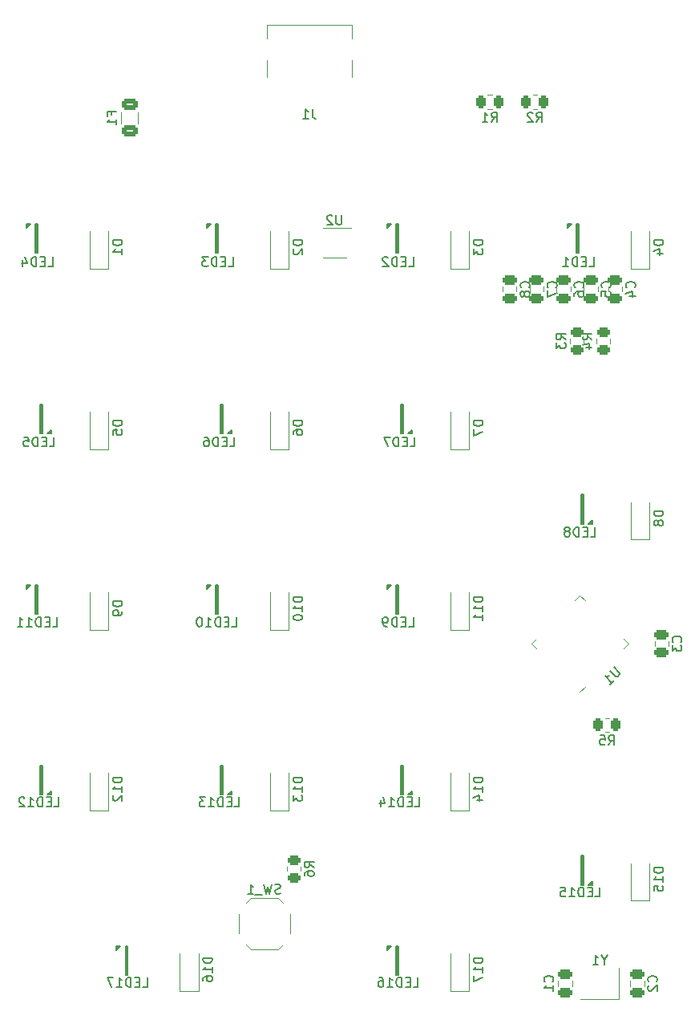
<source format=gbo>
G04 #@! TF.GenerationSoftware,KiCad,Pcbnew,(6.0.0)*
G04 #@! TF.CreationDate,2022-02-11T16:11:40+09:00*
G04 #@! TF.ProjectId,SkeletonNumPad,536b656c-6574-46f6-9e4e-756d5061642e,rev?*
G04 #@! TF.SameCoordinates,Original*
G04 #@! TF.FileFunction,Legend,Bot*
G04 #@! TF.FilePolarity,Positive*
%FSLAX46Y46*%
G04 Gerber Fmt 4.6, Leading zero omitted, Abs format (unit mm)*
G04 Created by KiCad (PCBNEW (6.0.0)) date 2022-02-11 16:11:40*
%MOMM*%
%LPD*%
G01*
G04 APERTURE LIST*
G04 Aperture macros list*
%AMRoundRect*
0 Rectangle with rounded corners*
0 $1 Rounding radius*
0 $2 $3 $4 $5 $6 $7 $8 $9 X,Y pos of 4 corners*
0 Add a 4 corners polygon primitive as box body*
4,1,4,$2,$3,$4,$5,$6,$7,$8,$9,$2,$3,0*
0 Add four circle primitives for the rounded corners*
1,1,$1+$1,$2,$3*
1,1,$1+$1,$4,$5*
1,1,$1+$1,$6,$7*
1,1,$1+$1,$8,$9*
0 Add four rect primitives between the rounded corners*
20,1,$1+$1,$2,$3,$4,$5,0*
20,1,$1+$1,$4,$5,$6,$7,0*
20,1,$1+$1,$6,$7,$8,$9,0*
20,1,$1+$1,$8,$9,$2,$3,0*%
%AMRotRect*
0 Rectangle, with rotation*
0 The origin of the aperture is its center*
0 $1 length*
0 $2 width*
0 $3 Rotation angle, in degrees counterclockwise*
0 Add horizontal line*
21,1,$1,$2,0,0,$3*%
G04 Aperture macros list end*
%ADD10C,0.150000*%
%ADD11C,0.120000*%
%ADD12C,0.600000*%
%ADD13R,0.600000X1.160000*%
%ADD14R,0.300000X1.160000*%
%ADD15O,0.900000X1.700000*%
%ADD16O,0.900000X2.000000*%
%ADD17R,1.200000X0.900000*%
%ADD18RoundRect,0.250000X-0.625000X0.375000X-0.625000X-0.375000X0.625000X-0.375000X0.625000X0.375000X0*%
%ADD19C,1.750000*%
%ADD20C,3.000000*%
%ADD21C,3.987800*%
%ADD22R,2.550000X2.500000*%
%ADD23R,0.500000X0.700000*%
%ADD24RoundRect,0.250000X0.475000X-0.250000X0.475000X0.250000X-0.475000X0.250000X-0.475000X-0.250000X0*%
%ADD25RoundRect,0.250000X-0.262500X-0.450000X0.262500X-0.450000X0.262500X0.450000X-0.262500X0.450000X0*%
%ADD26RoundRect,0.250000X-0.475000X0.250000X-0.475000X-0.250000X0.475000X-0.250000X0.475000X0.250000X0*%
%ADD27C,3.048000*%
%ADD28R,1.800000X1.100000*%
%ADD29RoundRect,0.250000X-0.450000X0.262500X-0.450000X-0.262500X0.450000X-0.262500X0.450000X0.262500X0*%
%ADD30R,1.400000X1.200000*%
%ADD31R,1.400000X1.000000*%
%ADD32RoundRect,0.062500X-0.291682X-0.380070X0.380070X0.291682X0.291682X0.380070X-0.380070X-0.291682X0*%
%ADD33RoundRect,0.062500X0.291682X-0.380070X0.380070X-0.291682X-0.291682X0.380070X-0.380070X0.291682X0*%
%ADD34RotRect,5.200000X5.200000X45.000000*%
%ADD35RoundRect,0.250000X0.450000X-0.262500X0.450000X0.262500X-0.450000X0.262500X-0.450000X-0.262500X0*%
G04 APERTURE END LIST*
D10*
X133683333Y-38847380D02*
X133683333Y-39561666D01*
X133730952Y-39704523D01*
X133826190Y-39799761D01*
X133969047Y-39847380D01*
X134064285Y-39847380D01*
X132683333Y-39847380D02*
X133254761Y-39847380D01*
X132969047Y-39847380D02*
X132969047Y-38847380D01*
X133064285Y-38990238D01*
X133159523Y-39085476D01*
X133254761Y-39133095D01*
X151672380Y-71721904D02*
X150672380Y-71721904D01*
X150672380Y-71960000D01*
X150720000Y-72102857D01*
X150815238Y-72198095D01*
X150910476Y-72245714D01*
X151100952Y-72293333D01*
X151243809Y-72293333D01*
X151434285Y-72245714D01*
X151529523Y-72198095D01*
X151624761Y-72102857D01*
X151672380Y-71960000D01*
X151672380Y-71721904D01*
X150672380Y-72626666D02*
X150672380Y-73293333D01*
X151672380Y-72864761D01*
X112458571Y-39436666D02*
X112458571Y-39103333D01*
X112982380Y-39103333D02*
X111982380Y-39103333D01*
X111982380Y-39579523D01*
X112982380Y-40484285D02*
X112982380Y-39912857D01*
X112982380Y-40198571D02*
X111982380Y-40198571D01*
X112125238Y-40103333D01*
X112220476Y-40008095D01*
X112268095Y-39912857D01*
X132622380Y-90295714D02*
X131622380Y-90295714D01*
X131622380Y-90533809D01*
X131670000Y-90676666D01*
X131765238Y-90771904D01*
X131860476Y-90819523D01*
X132050952Y-90867142D01*
X132193809Y-90867142D01*
X132384285Y-90819523D01*
X132479523Y-90771904D01*
X132574761Y-90676666D01*
X132622380Y-90533809D01*
X132622380Y-90295714D01*
X132622380Y-91819523D02*
X132622380Y-91248095D01*
X132622380Y-91533809D02*
X131622380Y-91533809D01*
X131765238Y-91438571D01*
X131860476Y-91343333D01*
X131908095Y-91248095D01*
X131622380Y-92438571D02*
X131622380Y-92533809D01*
X131670000Y-92629047D01*
X131717619Y-92676666D01*
X131812857Y-92724285D01*
X132003333Y-92771904D01*
X132241428Y-92771904D01*
X132431904Y-92724285D01*
X132527142Y-92676666D01*
X132574761Y-92629047D01*
X132622380Y-92533809D01*
X132622380Y-92438571D01*
X132574761Y-92343333D01*
X132527142Y-92295714D01*
X132431904Y-92248095D01*
X132241428Y-92200476D01*
X132003333Y-92200476D01*
X131812857Y-92248095D01*
X131717619Y-92295714D01*
X131670000Y-92343333D01*
X131622380Y-92438571D01*
X151672380Y-52671904D02*
X150672380Y-52671904D01*
X150672380Y-52910000D01*
X150720000Y-53052857D01*
X150815238Y-53148095D01*
X150910476Y-53195714D01*
X151100952Y-53243333D01*
X151243809Y-53243333D01*
X151434285Y-53195714D01*
X151529523Y-53148095D01*
X151624761Y-53052857D01*
X151672380Y-52910000D01*
X151672380Y-52671904D01*
X150672380Y-53576666D02*
X150672380Y-54195714D01*
X151053333Y-53862380D01*
X151053333Y-54005238D01*
X151100952Y-54100476D01*
X151148571Y-54148095D01*
X151243809Y-54195714D01*
X151481904Y-54195714D01*
X151577142Y-54148095D01*
X151624761Y-54100476D01*
X151672380Y-54005238D01*
X151672380Y-53719523D01*
X151624761Y-53624285D01*
X151577142Y-53576666D01*
X105904047Y-74452380D02*
X106380238Y-74452380D01*
X106380238Y-73452380D01*
X105570714Y-73928571D02*
X105237380Y-73928571D01*
X105094523Y-74452380D02*
X105570714Y-74452380D01*
X105570714Y-73452380D01*
X105094523Y-73452380D01*
X104665952Y-74452380D02*
X104665952Y-73452380D01*
X104427857Y-73452380D01*
X104285000Y-73500000D01*
X104189761Y-73595238D01*
X104142142Y-73690476D01*
X104094523Y-73880952D01*
X104094523Y-74023809D01*
X104142142Y-74214285D01*
X104189761Y-74309523D01*
X104285000Y-74404761D01*
X104427857Y-74452380D01*
X104665952Y-74452380D01*
X103189761Y-73452380D02*
X103665952Y-73452380D01*
X103713571Y-73928571D01*
X103665952Y-73880952D01*
X103570714Y-73833333D01*
X103332619Y-73833333D01*
X103237380Y-73880952D01*
X103189761Y-73928571D01*
X103142142Y-74023809D01*
X103142142Y-74261904D01*
X103189761Y-74357142D01*
X103237380Y-74404761D01*
X103332619Y-74452380D01*
X103570714Y-74452380D01*
X103665952Y-74404761D01*
X103713571Y-74357142D01*
X123097380Y-128395714D02*
X122097380Y-128395714D01*
X122097380Y-128633809D01*
X122145000Y-128776666D01*
X122240238Y-128871904D01*
X122335476Y-128919523D01*
X122525952Y-128967142D01*
X122668809Y-128967142D01*
X122859285Y-128919523D01*
X122954523Y-128871904D01*
X123049761Y-128776666D01*
X123097380Y-128633809D01*
X123097380Y-128395714D01*
X123097380Y-129919523D02*
X123097380Y-129348095D01*
X123097380Y-129633809D02*
X122097380Y-129633809D01*
X122240238Y-129538571D01*
X122335476Y-129443333D01*
X122383095Y-129348095D01*
X122097380Y-130776666D02*
X122097380Y-130586190D01*
X122145000Y-130490952D01*
X122192619Y-130443333D01*
X122335476Y-130348095D01*
X122525952Y-130300476D01*
X122906904Y-130300476D01*
X123002142Y-130348095D01*
X123049761Y-130395714D01*
X123097380Y-130490952D01*
X123097380Y-130681428D01*
X123049761Y-130776666D01*
X123002142Y-130824285D01*
X122906904Y-130871904D01*
X122668809Y-130871904D01*
X122573571Y-130824285D01*
X122525952Y-130776666D01*
X122478333Y-130681428D01*
X122478333Y-130490952D01*
X122525952Y-130395714D01*
X122573571Y-130348095D01*
X122668809Y-130300476D01*
X165094642Y-57683333D02*
X165142261Y-57635714D01*
X165189880Y-57492857D01*
X165189880Y-57397619D01*
X165142261Y-57254761D01*
X165047023Y-57159523D01*
X164951785Y-57111904D01*
X164761309Y-57064285D01*
X164618452Y-57064285D01*
X164427976Y-57111904D01*
X164332738Y-57159523D01*
X164237500Y-57254761D01*
X164189880Y-57397619D01*
X164189880Y-57492857D01*
X164237500Y-57635714D01*
X164285119Y-57683333D01*
X164189880Y-58588095D02*
X164189880Y-58111904D01*
X164666071Y-58064285D01*
X164618452Y-58111904D01*
X164570833Y-58207142D01*
X164570833Y-58445238D01*
X164618452Y-58540476D01*
X164666071Y-58588095D01*
X164761309Y-58635714D01*
X164999404Y-58635714D01*
X165094642Y-58588095D01*
X165142261Y-58540476D01*
X165189880Y-58445238D01*
X165189880Y-58207142D01*
X165142261Y-58111904D01*
X165094642Y-58064285D01*
X157329166Y-40202380D02*
X157662500Y-39726190D01*
X157900595Y-40202380D02*
X157900595Y-39202380D01*
X157519642Y-39202380D01*
X157424404Y-39250000D01*
X157376785Y-39297619D01*
X157329166Y-39392857D01*
X157329166Y-39535714D01*
X157376785Y-39630952D01*
X157424404Y-39678571D01*
X157519642Y-39726190D01*
X157900595Y-39726190D01*
X156948214Y-39297619D02*
X156900595Y-39250000D01*
X156805357Y-39202380D01*
X156567261Y-39202380D01*
X156472023Y-39250000D01*
X156424404Y-39297619D01*
X156376785Y-39392857D01*
X156376785Y-39488095D01*
X156424404Y-39630952D01*
X156995833Y-40202380D01*
X156376785Y-40202380D01*
X159024642Y-130923333D02*
X159072261Y-130875714D01*
X159119880Y-130732857D01*
X159119880Y-130637619D01*
X159072261Y-130494761D01*
X158977023Y-130399523D01*
X158881785Y-130351904D01*
X158691309Y-130304285D01*
X158548452Y-130304285D01*
X158357976Y-130351904D01*
X158262738Y-130399523D01*
X158167500Y-130494761D01*
X158119880Y-130637619D01*
X158119880Y-130732857D01*
X158167500Y-130875714D01*
X158215119Y-130923333D01*
X159119880Y-131875714D02*
X159119880Y-131304285D01*
X159119880Y-131590000D02*
X158119880Y-131590000D01*
X158262738Y-131494761D01*
X158357976Y-131399523D01*
X158405595Y-131304285D01*
X113572380Y-90771904D02*
X112572380Y-90771904D01*
X112572380Y-91010000D01*
X112620000Y-91152857D01*
X112715238Y-91248095D01*
X112810476Y-91295714D01*
X113000952Y-91343333D01*
X113143809Y-91343333D01*
X113334285Y-91295714D01*
X113429523Y-91248095D01*
X113524761Y-91152857D01*
X113572380Y-91010000D01*
X113572380Y-90771904D01*
X113572380Y-91819523D02*
X113572380Y-92010000D01*
X113524761Y-92105238D01*
X113477142Y-92152857D01*
X113334285Y-92248095D01*
X113143809Y-92295714D01*
X112762857Y-92295714D01*
X112667619Y-92248095D01*
X112620000Y-92200476D01*
X112572380Y-92105238D01*
X112572380Y-91914761D01*
X112620000Y-91819523D01*
X112667619Y-91771904D01*
X112762857Y-91724285D01*
X113000952Y-91724285D01*
X113096190Y-91771904D01*
X113143809Y-91819523D01*
X113191428Y-91914761D01*
X113191428Y-92105238D01*
X113143809Y-92200476D01*
X113096190Y-92248095D01*
X113000952Y-92295714D01*
X115742838Y-131452380D02*
X116219028Y-131452380D01*
X116219028Y-130452380D01*
X115409504Y-130928571D02*
X115076171Y-130928571D01*
X114933314Y-131452380D02*
X115409504Y-131452380D01*
X115409504Y-130452380D01*
X114933314Y-130452380D01*
X114504742Y-131452380D02*
X114504742Y-130452380D01*
X114266647Y-130452380D01*
X114123790Y-130500000D01*
X114028552Y-130595238D01*
X113980933Y-130690476D01*
X113933314Y-130880952D01*
X113933314Y-131023809D01*
X113980933Y-131214285D01*
X114028552Y-131309523D01*
X114123790Y-131404761D01*
X114266647Y-131452380D01*
X114504742Y-131452380D01*
X112980933Y-131452380D02*
X113552361Y-131452380D01*
X113266647Y-131452380D02*
X113266647Y-130452380D01*
X113361885Y-130595238D01*
X113457123Y-130690476D01*
X113552361Y-130738095D01*
X112647600Y-130452380D02*
X111980933Y-130452380D01*
X112409504Y-131452380D01*
X132622380Y-52671904D02*
X131622380Y-52671904D01*
X131622380Y-52910000D01*
X131670000Y-53052857D01*
X131765238Y-53148095D01*
X131860476Y-53195714D01*
X132050952Y-53243333D01*
X132193809Y-53243333D01*
X132384285Y-53195714D01*
X132479523Y-53148095D01*
X132574761Y-53052857D01*
X132622380Y-52910000D01*
X132622380Y-52671904D01*
X131717619Y-53624285D02*
X131670000Y-53671904D01*
X131622380Y-53767142D01*
X131622380Y-54005238D01*
X131670000Y-54100476D01*
X131717619Y-54148095D01*
X131812857Y-54195714D01*
X131908095Y-54195714D01*
X132050952Y-54148095D01*
X132622380Y-53576666D01*
X132622380Y-54195714D01*
X144317838Y-131452380D02*
X144794028Y-131452380D01*
X144794028Y-130452380D01*
X143984504Y-130928571D02*
X143651171Y-130928571D01*
X143508314Y-131452380D02*
X143984504Y-131452380D01*
X143984504Y-130452380D01*
X143508314Y-130452380D01*
X143079742Y-131452380D02*
X143079742Y-130452380D01*
X142841647Y-130452380D01*
X142698790Y-130500000D01*
X142603552Y-130595238D01*
X142555933Y-130690476D01*
X142508314Y-130880952D01*
X142508314Y-131023809D01*
X142555933Y-131214285D01*
X142603552Y-131309523D01*
X142698790Y-131404761D01*
X142841647Y-131452380D01*
X143079742Y-131452380D01*
X141555933Y-131452380D02*
X142127361Y-131452380D01*
X141841647Y-131452380D02*
X141841647Y-130452380D01*
X141936885Y-130595238D01*
X142032123Y-130690476D01*
X142127361Y-130738095D01*
X140698790Y-130452380D02*
X140889266Y-130452380D01*
X140984504Y-130500000D01*
X141032123Y-130547619D01*
X141127361Y-130690476D01*
X141174980Y-130880952D01*
X141174980Y-131261904D01*
X141127361Y-131357142D01*
X141079742Y-131404761D01*
X140984504Y-131452380D01*
X140794028Y-131452380D01*
X140698790Y-131404761D01*
X140651171Y-131357142D01*
X140603552Y-131261904D01*
X140603552Y-131023809D01*
X140651171Y-130928571D01*
X140698790Y-130880952D01*
X140794028Y-130833333D01*
X140984504Y-130833333D01*
X141079742Y-130880952D01*
X141127361Y-130928571D01*
X141174980Y-131023809D01*
X164949166Y-105924880D02*
X165282500Y-105448690D01*
X165520595Y-105924880D02*
X165520595Y-104924880D01*
X165139642Y-104924880D01*
X165044404Y-104972500D01*
X164996785Y-105020119D01*
X164949166Y-105115357D01*
X164949166Y-105258214D01*
X164996785Y-105353452D01*
X165044404Y-105401071D01*
X165139642Y-105448690D01*
X165520595Y-105448690D01*
X164044404Y-104924880D02*
X164520595Y-104924880D01*
X164568214Y-105401071D01*
X164520595Y-105353452D01*
X164425357Y-105305833D01*
X164187261Y-105305833D01*
X164092023Y-105353452D01*
X164044404Y-105401071D01*
X163996785Y-105496309D01*
X163996785Y-105734404D01*
X164044404Y-105829642D01*
X164092023Y-105877261D01*
X164187261Y-105924880D01*
X164425357Y-105924880D01*
X164520595Y-105877261D01*
X164568214Y-105829642D01*
X132622380Y-71721904D02*
X131622380Y-71721904D01*
X131622380Y-71960000D01*
X131670000Y-72102857D01*
X131765238Y-72198095D01*
X131860476Y-72245714D01*
X132050952Y-72293333D01*
X132193809Y-72293333D01*
X132384285Y-72245714D01*
X132479523Y-72198095D01*
X132574761Y-72102857D01*
X132622380Y-71960000D01*
X132622380Y-71721904D01*
X131622380Y-73150476D02*
X131622380Y-72960000D01*
X131670000Y-72864761D01*
X131717619Y-72817142D01*
X131860476Y-72721904D01*
X132050952Y-72674285D01*
X132431904Y-72674285D01*
X132527142Y-72721904D01*
X132574761Y-72769523D01*
X132622380Y-72864761D01*
X132622380Y-73055238D01*
X132574761Y-73150476D01*
X132527142Y-73198095D01*
X132431904Y-73245714D01*
X132193809Y-73245714D01*
X132098571Y-73198095D01*
X132050952Y-73150476D01*
X132003333Y-73055238D01*
X132003333Y-72864761D01*
X132050952Y-72769523D01*
X132098571Y-72721904D01*
X132193809Y-72674285D01*
X152566666Y-40202380D02*
X152900000Y-39726190D01*
X153138095Y-40202380D02*
X153138095Y-39202380D01*
X152757142Y-39202380D01*
X152661904Y-39250000D01*
X152614285Y-39297619D01*
X152566666Y-39392857D01*
X152566666Y-39535714D01*
X152614285Y-39630952D01*
X152661904Y-39678571D01*
X152757142Y-39726190D01*
X153138095Y-39726190D01*
X151614285Y-40202380D02*
X152185714Y-40202380D01*
X151900000Y-40202380D02*
X151900000Y-39202380D01*
X151995238Y-39345238D01*
X152090476Y-39440476D01*
X152185714Y-39488095D01*
X143841647Y-93452380D02*
X144317838Y-93452380D01*
X144317838Y-92452380D01*
X143508314Y-92928571D02*
X143174980Y-92928571D01*
X143032123Y-93452380D02*
X143508314Y-93452380D01*
X143508314Y-92452380D01*
X143032123Y-92452380D01*
X142603552Y-93452380D02*
X142603552Y-92452380D01*
X142365457Y-92452380D01*
X142222600Y-92500000D01*
X142127361Y-92595238D01*
X142079742Y-92690476D01*
X142032123Y-92880952D01*
X142032123Y-93023809D01*
X142079742Y-93214285D01*
X142127361Y-93309523D01*
X142222600Y-93404761D01*
X142365457Y-93452380D01*
X142603552Y-93452380D01*
X141555933Y-93452380D02*
X141365457Y-93452380D01*
X141270219Y-93404761D01*
X141222600Y-93357142D01*
X141127361Y-93214285D01*
X141079742Y-93023809D01*
X141079742Y-92642857D01*
X141127361Y-92547619D01*
X141174980Y-92500000D01*
X141270219Y-92452380D01*
X141460695Y-92452380D01*
X141555933Y-92500000D01*
X141603552Y-92547619D01*
X141651171Y-92642857D01*
X141651171Y-92880952D01*
X141603552Y-92976190D01*
X141555933Y-93023809D01*
X141460695Y-93071428D01*
X141270219Y-93071428D01*
X141174980Y-93023809D01*
X141127361Y-92976190D01*
X141079742Y-92880952D01*
X113572380Y-52671904D02*
X112572380Y-52671904D01*
X112572380Y-52910000D01*
X112620000Y-53052857D01*
X112715238Y-53148095D01*
X112810476Y-53195714D01*
X113000952Y-53243333D01*
X113143809Y-53243333D01*
X113334285Y-53195714D01*
X113429523Y-53148095D01*
X113524761Y-53052857D01*
X113572380Y-52910000D01*
X113572380Y-52671904D01*
X113572380Y-54195714D02*
X113572380Y-53624285D01*
X113572380Y-53910000D02*
X112572380Y-53910000D01*
X112715238Y-53814761D01*
X112810476Y-53719523D01*
X112858095Y-53624285D01*
X105741647Y-55452380D02*
X106217838Y-55452380D01*
X106217838Y-54452380D01*
X105408314Y-54928571D02*
X105074980Y-54928571D01*
X104932123Y-55452380D02*
X105408314Y-55452380D01*
X105408314Y-54452380D01*
X104932123Y-54452380D01*
X104503552Y-55452380D02*
X104503552Y-54452380D01*
X104265457Y-54452380D01*
X104122600Y-54500000D01*
X104027361Y-54595238D01*
X103979742Y-54690476D01*
X103932123Y-54880952D01*
X103932123Y-55023809D01*
X103979742Y-55214285D01*
X104027361Y-55309523D01*
X104122600Y-55404761D01*
X104265457Y-55452380D01*
X104503552Y-55452380D01*
X103074980Y-54785714D02*
X103074980Y-55452380D01*
X103313076Y-54404761D02*
X103551171Y-55119047D01*
X102932123Y-55119047D01*
X130301785Y-121582261D02*
X130158928Y-121629880D01*
X129920833Y-121629880D01*
X129825595Y-121582261D01*
X129777976Y-121534642D01*
X129730357Y-121439404D01*
X129730357Y-121344166D01*
X129777976Y-121248928D01*
X129825595Y-121201309D01*
X129920833Y-121153690D01*
X130111309Y-121106071D01*
X130206547Y-121058452D01*
X130254166Y-121010833D01*
X130301785Y-120915595D01*
X130301785Y-120820357D01*
X130254166Y-120725119D01*
X130206547Y-120677500D01*
X130111309Y-120629880D01*
X129873214Y-120629880D01*
X129730357Y-120677500D01*
X129397023Y-120629880D02*
X129158928Y-121629880D01*
X128968452Y-120915595D01*
X128777976Y-121629880D01*
X128539880Y-120629880D01*
X128397023Y-121725119D02*
X127635119Y-121725119D01*
X126873214Y-121629880D02*
X127444642Y-121629880D01*
X127158928Y-121629880D02*
X127158928Y-120629880D01*
X127254166Y-120772738D01*
X127349404Y-120867976D01*
X127444642Y-120915595D01*
X159379642Y-57683333D02*
X159427261Y-57635714D01*
X159474880Y-57492857D01*
X159474880Y-57397619D01*
X159427261Y-57254761D01*
X159332023Y-57159523D01*
X159236785Y-57111904D01*
X159046309Y-57064285D01*
X158903452Y-57064285D01*
X158712976Y-57111904D01*
X158617738Y-57159523D01*
X158522500Y-57254761D01*
X158474880Y-57397619D01*
X158474880Y-57492857D01*
X158522500Y-57635714D01*
X158570119Y-57683333D01*
X158474880Y-58016666D02*
X158474880Y-58683333D01*
X159474880Y-58254761D01*
X143841647Y-55452380D02*
X144317838Y-55452380D01*
X144317838Y-54452380D01*
X143508314Y-54928571D02*
X143174980Y-54928571D01*
X143032123Y-55452380D02*
X143508314Y-55452380D01*
X143508314Y-54452380D01*
X143032123Y-54452380D01*
X142603552Y-55452380D02*
X142603552Y-54452380D01*
X142365457Y-54452380D01*
X142222600Y-54500000D01*
X142127361Y-54595238D01*
X142079742Y-54690476D01*
X142032123Y-54880952D01*
X142032123Y-55023809D01*
X142079742Y-55214285D01*
X142127361Y-55309523D01*
X142222600Y-55404761D01*
X142365457Y-55452380D01*
X142603552Y-55452380D01*
X141651171Y-54547619D02*
X141603552Y-54500000D01*
X141508314Y-54452380D01*
X141270219Y-54452380D01*
X141174980Y-54500000D01*
X141127361Y-54547619D01*
X141079742Y-54642857D01*
X141079742Y-54738095D01*
X141127361Y-54880952D01*
X141698790Y-55452380D01*
X141079742Y-55452380D01*
X163192380Y-63163333D02*
X162716190Y-62830000D01*
X163192380Y-62591904D02*
X162192380Y-62591904D01*
X162192380Y-62972857D01*
X162240000Y-63068095D01*
X162287619Y-63115714D01*
X162382857Y-63163333D01*
X162525714Y-63163333D01*
X162620952Y-63115714D01*
X162668571Y-63068095D01*
X162716190Y-62972857D01*
X162716190Y-62591904D01*
X162525714Y-64020476D02*
X163192380Y-64020476D01*
X162144761Y-63782380D02*
X162859047Y-63544285D01*
X162859047Y-64163333D01*
X162891647Y-55452380D02*
X163367838Y-55452380D01*
X163367838Y-54452380D01*
X162558314Y-54928571D02*
X162224980Y-54928571D01*
X162082123Y-55452380D02*
X162558314Y-55452380D01*
X162558314Y-54452380D01*
X162082123Y-54452380D01*
X161653552Y-55452380D02*
X161653552Y-54452380D01*
X161415457Y-54452380D01*
X161272600Y-54500000D01*
X161177361Y-54595238D01*
X161129742Y-54690476D01*
X161082123Y-54880952D01*
X161082123Y-55023809D01*
X161129742Y-55214285D01*
X161177361Y-55309523D01*
X161272600Y-55404761D01*
X161415457Y-55452380D01*
X161653552Y-55452380D01*
X160129742Y-55452380D02*
X160701171Y-55452380D01*
X160415457Y-55452380D02*
X160415457Y-54452380D01*
X160510695Y-54595238D01*
X160605933Y-54690476D01*
X160701171Y-54738095D01*
X170722380Y-81246904D02*
X169722380Y-81246904D01*
X169722380Y-81485000D01*
X169770000Y-81627857D01*
X169865238Y-81723095D01*
X169960476Y-81770714D01*
X170150952Y-81818333D01*
X170293809Y-81818333D01*
X170484285Y-81770714D01*
X170579523Y-81723095D01*
X170674761Y-81627857D01*
X170722380Y-81485000D01*
X170722380Y-81246904D01*
X170150952Y-82389761D02*
X170103333Y-82294523D01*
X170055714Y-82246904D01*
X169960476Y-82199285D01*
X169912857Y-82199285D01*
X169817619Y-82246904D01*
X169770000Y-82294523D01*
X169722380Y-82389761D01*
X169722380Y-82580238D01*
X169770000Y-82675476D01*
X169817619Y-82723095D01*
X169912857Y-82770714D01*
X169960476Y-82770714D01*
X170055714Y-82723095D01*
X170103333Y-82675476D01*
X170150952Y-82580238D01*
X170150952Y-82389761D01*
X170198571Y-82294523D01*
X170246190Y-82246904D01*
X170341428Y-82199285D01*
X170531904Y-82199285D01*
X170627142Y-82246904D01*
X170674761Y-82294523D01*
X170722380Y-82389761D01*
X170722380Y-82580238D01*
X170674761Y-82675476D01*
X170627142Y-82723095D01*
X170531904Y-82770714D01*
X170341428Y-82770714D01*
X170246190Y-82723095D01*
X170198571Y-82675476D01*
X170150952Y-82580238D01*
X163530238Y-121952380D02*
X164006428Y-121952380D01*
X164006428Y-120952380D01*
X163196904Y-121428571D02*
X162863571Y-121428571D01*
X162720714Y-121952380D02*
X163196904Y-121952380D01*
X163196904Y-120952380D01*
X162720714Y-120952380D01*
X162292142Y-121952380D02*
X162292142Y-120952380D01*
X162054047Y-120952380D01*
X161911190Y-121000000D01*
X161815952Y-121095238D01*
X161768333Y-121190476D01*
X161720714Y-121380952D01*
X161720714Y-121523809D01*
X161768333Y-121714285D01*
X161815952Y-121809523D01*
X161911190Y-121904761D01*
X162054047Y-121952380D01*
X162292142Y-121952380D01*
X160768333Y-121952380D02*
X161339761Y-121952380D01*
X161054047Y-121952380D02*
X161054047Y-120952380D01*
X161149285Y-121095238D01*
X161244523Y-121190476D01*
X161339761Y-121238095D01*
X159863571Y-120952380D02*
X160339761Y-120952380D01*
X160387380Y-121428571D01*
X160339761Y-121380952D01*
X160244523Y-121333333D01*
X160006428Y-121333333D01*
X159911190Y-121380952D01*
X159863571Y-121428571D01*
X159815952Y-121523809D01*
X159815952Y-121761904D01*
X159863571Y-121857142D01*
X159911190Y-121904761D01*
X160006428Y-121952380D01*
X160244523Y-121952380D01*
X160339761Y-121904761D01*
X160387380Y-121857142D01*
X113572380Y-71721904D02*
X112572380Y-71721904D01*
X112572380Y-71960000D01*
X112620000Y-72102857D01*
X112715238Y-72198095D01*
X112810476Y-72245714D01*
X113000952Y-72293333D01*
X113143809Y-72293333D01*
X113334285Y-72245714D01*
X113429523Y-72198095D01*
X113524761Y-72102857D01*
X113572380Y-71960000D01*
X113572380Y-71721904D01*
X112572380Y-73198095D02*
X112572380Y-72721904D01*
X113048571Y-72674285D01*
X113000952Y-72721904D01*
X112953333Y-72817142D01*
X112953333Y-73055238D01*
X113000952Y-73150476D01*
X113048571Y-73198095D01*
X113143809Y-73245714D01*
X113381904Y-73245714D01*
X113477142Y-73198095D01*
X113524761Y-73150476D01*
X113572380Y-73055238D01*
X113572380Y-72817142D01*
X113524761Y-72721904D01*
X113477142Y-72674285D01*
X151672380Y-128395714D02*
X150672380Y-128395714D01*
X150672380Y-128633809D01*
X150720000Y-128776666D01*
X150815238Y-128871904D01*
X150910476Y-128919523D01*
X151100952Y-128967142D01*
X151243809Y-128967142D01*
X151434285Y-128919523D01*
X151529523Y-128871904D01*
X151624761Y-128776666D01*
X151672380Y-128633809D01*
X151672380Y-128395714D01*
X151672380Y-129919523D02*
X151672380Y-129348095D01*
X151672380Y-129633809D02*
X150672380Y-129633809D01*
X150815238Y-129538571D01*
X150910476Y-129443333D01*
X150958095Y-129348095D01*
X150672380Y-130252857D02*
X150672380Y-130919523D01*
X151672380Y-130490952D01*
X170722380Y-118870714D02*
X169722380Y-118870714D01*
X169722380Y-119108809D01*
X169770000Y-119251666D01*
X169865238Y-119346904D01*
X169960476Y-119394523D01*
X170150952Y-119442142D01*
X170293809Y-119442142D01*
X170484285Y-119394523D01*
X170579523Y-119346904D01*
X170674761Y-119251666D01*
X170722380Y-119108809D01*
X170722380Y-118870714D01*
X170722380Y-120394523D02*
X170722380Y-119823095D01*
X170722380Y-120108809D02*
X169722380Y-120108809D01*
X169865238Y-120013571D01*
X169960476Y-119918333D01*
X170008095Y-119823095D01*
X169722380Y-121299285D02*
X169722380Y-120823095D01*
X170198571Y-120775476D01*
X170150952Y-120823095D01*
X170103333Y-120918333D01*
X170103333Y-121156428D01*
X170150952Y-121251666D01*
X170198571Y-121299285D01*
X170293809Y-121346904D01*
X170531904Y-121346904D01*
X170627142Y-121299285D01*
X170674761Y-121251666D01*
X170722380Y-121156428D01*
X170722380Y-120918333D01*
X170674761Y-120823095D01*
X170627142Y-120775476D01*
X172577142Y-95083333D02*
X172624761Y-95035714D01*
X172672380Y-94892857D01*
X172672380Y-94797619D01*
X172624761Y-94654761D01*
X172529523Y-94559523D01*
X172434285Y-94511904D01*
X172243809Y-94464285D01*
X172100952Y-94464285D01*
X171910476Y-94511904D01*
X171815238Y-94559523D01*
X171720000Y-94654761D01*
X171672380Y-94797619D01*
X171672380Y-94892857D01*
X171720000Y-95035714D01*
X171767619Y-95083333D01*
X171672380Y-95416666D02*
X171672380Y-96035714D01*
X172053333Y-95702380D01*
X172053333Y-95845238D01*
X172100952Y-95940476D01*
X172148571Y-95988095D01*
X172243809Y-96035714D01*
X172481904Y-96035714D01*
X172577142Y-95988095D01*
X172624761Y-95940476D01*
X172672380Y-95845238D01*
X172672380Y-95559523D01*
X172624761Y-95464285D01*
X172577142Y-95416666D01*
X136751904Y-50042380D02*
X136751904Y-50851904D01*
X136704285Y-50947142D01*
X136656666Y-50994761D01*
X136561428Y-51042380D01*
X136370952Y-51042380D01*
X136275714Y-50994761D01*
X136228095Y-50947142D01*
X136180476Y-50851904D01*
X136180476Y-50042380D01*
X135751904Y-50137619D02*
X135704285Y-50090000D01*
X135609047Y-50042380D01*
X135370952Y-50042380D01*
X135275714Y-50090000D01*
X135228095Y-50137619D01*
X135180476Y-50232857D01*
X135180476Y-50328095D01*
X135228095Y-50470952D01*
X135799523Y-51042380D01*
X135180476Y-51042380D01*
X167683942Y-57683333D02*
X167731561Y-57635714D01*
X167779180Y-57492857D01*
X167779180Y-57397619D01*
X167731561Y-57254761D01*
X167636323Y-57159523D01*
X167541085Y-57111904D01*
X167350609Y-57064285D01*
X167207752Y-57064285D01*
X167017276Y-57111904D01*
X166922038Y-57159523D01*
X166826800Y-57254761D01*
X166779180Y-57397619D01*
X166779180Y-57492857D01*
X166826800Y-57635714D01*
X166874419Y-57683333D01*
X167112514Y-58540476D02*
X167779180Y-58540476D01*
X166731561Y-58302380D02*
X167445847Y-58064285D01*
X167445847Y-58683333D01*
X144480238Y-112452380D02*
X144956428Y-112452380D01*
X144956428Y-111452380D01*
X144146904Y-111928571D02*
X143813571Y-111928571D01*
X143670714Y-112452380D02*
X144146904Y-112452380D01*
X144146904Y-111452380D01*
X143670714Y-111452380D01*
X143242142Y-112452380D02*
X143242142Y-111452380D01*
X143004047Y-111452380D01*
X142861190Y-111500000D01*
X142765952Y-111595238D01*
X142718333Y-111690476D01*
X142670714Y-111880952D01*
X142670714Y-112023809D01*
X142718333Y-112214285D01*
X142765952Y-112309523D01*
X142861190Y-112404761D01*
X143004047Y-112452380D01*
X143242142Y-112452380D01*
X141718333Y-112452380D02*
X142289761Y-112452380D01*
X142004047Y-112452380D02*
X142004047Y-111452380D01*
X142099285Y-111595238D01*
X142194523Y-111690476D01*
X142289761Y-111738095D01*
X140861190Y-111785714D02*
X140861190Y-112452380D01*
X141099285Y-111404761D02*
X141337380Y-112119047D01*
X140718333Y-112119047D01*
X165484777Y-97732281D02*
X166057197Y-98304701D01*
X166090869Y-98405716D01*
X166090869Y-98473060D01*
X166057197Y-98574075D01*
X165922510Y-98708762D01*
X165821495Y-98742434D01*
X165754151Y-98742434D01*
X165653136Y-98708762D01*
X165080716Y-98136342D01*
X165080716Y-99550556D02*
X165484777Y-99146495D01*
X165282747Y-99348525D02*
X164575640Y-98641419D01*
X164743999Y-98675090D01*
X164878686Y-98675090D01*
X164979701Y-98641419D01*
X113572380Y-109345714D02*
X112572380Y-109345714D01*
X112572380Y-109583809D01*
X112620000Y-109726666D01*
X112715238Y-109821904D01*
X112810476Y-109869523D01*
X113000952Y-109917142D01*
X113143809Y-109917142D01*
X113334285Y-109869523D01*
X113429523Y-109821904D01*
X113524761Y-109726666D01*
X113572380Y-109583809D01*
X113572380Y-109345714D01*
X113572380Y-110869523D02*
X113572380Y-110298095D01*
X113572380Y-110583809D02*
X112572380Y-110583809D01*
X112715238Y-110488571D01*
X112810476Y-110393333D01*
X112858095Y-110298095D01*
X112667619Y-111250476D02*
X112620000Y-111298095D01*
X112572380Y-111393333D01*
X112572380Y-111631428D01*
X112620000Y-111726666D01*
X112667619Y-111774285D01*
X112762857Y-111821904D01*
X112858095Y-111821904D01*
X113000952Y-111774285D01*
X113572380Y-111202857D01*
X113572380Y-111821904D01*
X170004642Y-130923333D02*
X170052261Y-130875714D01*
X170099880Y-130732857D01*
X170099880Y-130637619D01*
X170052261Y-130494761D01*
X169957023Y-130399523D01*
X169861785Y-130351904D01*
X169671309Y-130304285D01*
X169528452Y-130304285D01*
X169337976Y-130351904D01*
X169242738Y-130399523D01*
X169147500Y-130494761D01*
X169099880Y-130637619D01*
X169099880Y-130732857D01*
X169147500Y-130875714D01*
X169195119Y-130923333D01*
X169195119Y-131304285D02*
X169147500Y-131351904D01*
X169099880Y-131447142D01*
X169099880Y-131685238D01*
X169147500Y-131780476D01*
X169195119Y-131828095D01*
X169290357Y-131875714D01*
X169385595Y-131875714D01*
X169528452Y-131828095D01*
X170099880Y-131256666D01*
X170099880Y-131875714D01*
X170722380Y-52671904D02*
X169722380Y-52671904D01*
X169722380Y-52910000D01*
X169770000Y-53052857D01*
X169865238Y-53148095D01*
X169960476Y-53195714D01*
X170150952Y-53243333D01*
X170293809Y-53243333D01*
X170484285Y-53195714D01*
X170579523Y-53148095D01*
X170674761Y-53052857D01*
X170722380Y-52910000D01*
X170722380Y-52671904D01*
X170055714Y-54100476D02*
X170722380Y-54100476D01*
X169674761Y-53862380D02*
X170389047Y-53624285D01*
X170389047Y-54243333D01*
X156522142Y-57683333D02*
X156569761Y-57635714D01*
X156617380Y-57492857D01*
X156617380Y-57397619D01*
X156569761Y-57254761D01*
X156474523Y-57159523D01*
X156379285Y-57111904D01*
X156188809Y-57064285D01*
X156045952Y-57064285D01*
X155855476Y-57111904D01*
X155760238Y-57159523D01*
X155665000Y-57254761D01*
X155617380Y-57397619D01*
X155617380Y-57492857D01*
X155665000Y-57635714D01*
X155712619Y-57683333D01*
X156045952Y-58254761D02*
X155998333Y-58159523D01*
X155950714Y-58111904D01*
X155855476Y-58064285D01*
X155807857Y-58064285D01*
X155712619Y-58111904D01*
X155665000Y-58159523D01*
X155617380Y-58254761D01*
X155617380Y-58445238D01*
X155665000Y-58540476D01*
X155712619Y-58588095D01*
X155807857Y-58635714D01*
X155855476Y-58635714D01*
X155950714Y-58588095D01*
X155998333Y-58540476D01*
X156045952Y-58445238D01*
X156045952Y-58254761D01*
X156093571Y-58159523D01*
X156141190Y-58111904D01*
X156236428Y-58064285D01*
X156426904Y-58064285D01*
X156522142Y-58111904D01*
X156569761Y-58159523D01*
X156617380Y-58254761D01*
X156617380Y-58445238D01*
X156569761Y-58540476D01*
X156522142Y-58588095D01*
X156426904Y-58635714D01*
X156236428Y-58635714D01*
X156141190Y-58588095D01*
X156093571Y-58540476D01*
X156045952Y-58445238D01*
X151672380Y-109345714D02*
X150672380Y-109345714D01*
X150672380Y-109583809D01*
X150720000Y-109726666D01*
X150815238Y-109821904D01*
X150910476Y-109869523D01*
X151100952Y-109917142D01*
X151243809Y-109917142D01*
X151434285Y-109869523D01*
X151529523Y-109821904D01*
X151624761Y-109726666D01*
X151672380Y-109583809D01*
X151672380Y-109345714D01*
X151672380Y-110869523D02*
X151672380Y-110298095D01*
X151672380Y-110583809D02*
X150672380Y-110583809D01*
X150815238Y-110488571D01*
X150910476Y-110393333D01*
X150958095Y-110298095D01*
X151005714Y-111726666D02*
X151672380Y-111726666D01*
X150624761Y-111488571D02*
X151339047Y-111250476D01*
X151339047Y-111869523D01*
X106217838Y-93452380D02*
X106694028Y-93452380D01*
X106694028Y-92452380D01*
X105884504Y-92928571D02*
X105551171Y-92928571D01*
X105408314Y-93452380D02*
X105884504Y-93452380D01*
X105884504Y-92452380D01*
X105408314Y-92452380D01*
X104979742Y-93452380D02*
X104979742Y-92452380D01*
X104741647Y-92452380D01*
X104598790Y-92500000D01*
X104503552Y-92595238D01*
X104455933Y-92690476D01*
X104408314Y-92880952D01*
X104408314Y-93023809D01*
X104455933Y-93214285D01*
X104503552Y-93309523D01*
X104598790Y-93404761D01*
X104741647Y-93452380D01*
X104979742Y-93452380D01*
X103455933Y-93452380D02*
X104027361Y-93452380D01*
X103741647Y-93452380D02*
X103741647Y-92452380D01*
X103836885Y-92595238D01*
X103932123Y-92690476D01*
X104027361Y-92738095D01*
X102503552Y-93452380D02*
X103074980Y-93452380D01*
X102789266Y-93452380D02*
X102789266Y-92452380D01*
X102884504Y-92595238D01*
X102979742Y-92690476D01*
X103074980Y-92738095D01*
X164486190Y-128616190D02*
X164486190Y-129092380D01*
X164819523Y-128092380D02*
X164486190Y-128616190D01*
X164152857Y-128092380D01*
X163295714Y-129092380D02*
X163867142Y-129092380D01*
X163581428Y-129092380D02*
X163581428Y-128092380D01*
X163676666Y-128235238D01*
X163771904Y-128330476D01*
X163867142Y-128378095D01*
X125430238Y-112452380D02*
X125906428Y-112452380D01*
X125906428Y-111452380D01*
X125096904Y-111928571D02*
X124763571Y-111928571D01*
X124620714Y-112452380D02*
X125096904Y-112452380D01*
X125096904Y-111452380D01*
X124620714Y-111452380D01*
X124192142Y-112452380D02*
X124192142Y-111452380D01*
X123954047Y-111452380D01*
X123811190Y-111500000D01*
X123715952Y-111595238D01*
X123668333Y-111690476D01*
X123620714Y-111880952D01*
X123620714Y-112023809D01*
X123668333Y-112214285D01*
X123715952Y-112309523D01*
X123811190Y-112404761D01*
X123954047Y-112452380D01*
X124192142Y-112452380D01*
X122668333Y-112452380D02*
X123239761Y-112452380D01*
X122954047Y-112452380D02*
X122954047Y-111452380D01*
X123049285Y-111595238D01*
X123144523Y-111690476D01*
X123239761Y-111738095D01*
X122335000Y-111452380D02*
X121715952Y-111452380D01*
X122049285Y-111833333D01*
X121906428Y-111833333D01*
X121811190Y-111880952D01*
X121763571Y-111928571D01*
X121715952Y-112023809D01*
X121715952Y-112261904D01*
X121763571Y-112357142D01*
X121811190Y-112404761D01*
X121906428Y-112452380D01*
X122192142Y-112452380D01*
X122287380Y-112404761D01*
X122335000Y-112357142D01*
X132622380Y-109345714D02*
X131622380Y-109345714D01*
X131622380Y-109583809D01*
X131670000Y-109726666D01*
X131765238Y-109821904D01*
X131860476Y-109869523D01*
X132050952Y-109917142D01*
X132193809Y-109917142D01*
X132384285Y-109869523D01*
X132479523Y-109821904D01*
X132574761Y-109726666D01*
X132622380Y-109583809D01*
X132622380Y-109345714D01*
X132622380Y-110869523D02*
X132622380Y-110298095D01*
X132622380Y-110583809D02*
X131622380Y-110583809D01*
X131765238Y-110488571D01*
X131860476Y-110393333D01*
X131908095Y-110298095D01*
X131622380Y-111202857D02*
X131622380Y-111821904D01*
X132003333Y-111488571D01*
X132003333Y-111631428D01*
X132050952Y-111726666D01*
X132098571Y-111774285D01*
X132193809Y-111821904D01*
X132431904Y-111821904D01*
X132527142Y-111774285D01*
X132574761Y-111726666D01*
X132622380Y-111631428D01*
X132622380Y-111345714D01*
X132574761Y-111250476D01*
X132527142Y-111202857D01*
X163054047Y-83952380D02*
X163530238Y-83952380D01*
X163530238Y-82952380D01*
X162720714Y-83428571D02*
X162387380Y-83428571D01*
X162244523Y-83952380D02*
X162720714Y-83952380D01*
X162720714Y-82952380D01*
X162244523Y-82952380D01*
X161815952Y-83952380D02*
X161815952Y-82952380D01*
X161577857Y-82952380D01*
X161435000Y-83000000D01*
X161339761Y-83095238D01*
X161292142Y-83190476D01*
X161244523Y-83380952D01*
X161244523Y-83523809D01*
X161292142Y-83714285D01*
X161339761Y-83809523D01*
X161435000Y-83904761D01*
X161577857Y-83952380D01*
X161815952Y-83952380D01*
X160673095Y-83380952D02*
X160768333Y-83333333D01*
X160815952Y-83285714D01*
X160863571Y-83190476D01*
X160863571Y-83142857D01*
X160815952Y-83047619D01*
X160768333Y-83000000D01*
X160673095Y-82952380D01*
X160482619Y-82952380D01*
X160387380Y-83000000D01*
X160339761Y-83047619D01*
X160292142Y-83142857D01*
X160292142Y-83190476D01*
X160339761Y-83285714D01*
X160387380Y-83333333D01*
X160482619Y-83380952D01*
X160673095Y-83380952D01*
X160768333Y-83428571D01*
X160815952Y-83476190D01*
X160863571Y-83571428D01*
X160863571Y-83761904D01*
X160815952Y-83857142D01*
X160768333Y-83904761D01*
X160673095Y-83952380D01*
X160482619Y-83952380D01*
X160387380Y-83904761D01*
X160339761Y-83857142D01*
X160292142Y-83761904D01*
X160292142Y-83571428D01*
X160339761Y-83476190D01*
X160387380Y-83428571D01*
X160482619Y-83380952D01*
X151672380Y-90295714D02*
X150672380Y-90295714D01*
X150672380Y-90533809D01*
X150720000Y-90676666D01*
X150815238Y-90771904D01*
X150910476Y-90819523D01*
X151100952Y-90867142D01*
X151243809Y-90867142D01*
X151434285Y-90819523D01*
X151529523Y-90771904D01*
X151624761Y-90676666D01*
X151672380Y-90533809D01*
X151672380Y-90295714D01*
X151672380Y-91819523D02*
X151672380Y-91248095D01*
X151672380Y-91533809D02*
X150672380Y-91533809D01*
X150815238Y-91438571D01*
X150910476Y-91343333D01*
X150958095Y-91248095D01*
X151672380Y-92771904D02*
X151672380Y-92200476D01*
X151672380Y-92486190D02*
X150672380Y-92486190D01*
X150815238Y-92390952D01*
X150910476Y-92295714D01*
X150958095Y-92200476D01*
X162237142Y-57683333D02*
X162284761Y-57635714D01*
X162332380Y-57492857D01*
X162332380Y-57397619D01*
X162284761Y-57254761D01*
X162189523Y-57159523D01*
X162094285Y-57111904D01*
X161903809Y-57064285D01*
X161760952Y-57064285D01*
X161570476Y-57111904D01*
X161475238Y-57159523D01*
X161380000Y-57254761D01*
X161332380Y-57397619D01*
X161332380Y-57492857D01*
X161380000Y-57635714D01*
X161427619Y-57683333D01*
X161332380Y-58540476D02*
X161332380Y-58350000D01*
X161380000Y-58254761D01*
X161427619Y-58207142D01*
X161570476Y-58111904D01*
X161760952Y-58064285D01*
X162141904Y-58064285D01*
X162237142Y-58111904D01*
X162284761Y-58159523D01*
X162332380Y-58254761D01*
X162332380Y-58445238D01*
X162284761Y-58540476D01*
X162237142Y-58588095D01*
X162141904Y-58635714D01*
X161903809Y-58635714D01*
X161808571Y-58588095D01*
X161760952Y-58540476D01*
X161713333Y-58445238D01*
X161713333Y-58254761D01*
X161760952Y-58159523D01*
X161808571Y-58111904D01*
X161903809Y-58064285D01*
X124791647Y-55452380D02*
X125267838Y-55452380D01*
X125267838Y-54452380D01*
X124458314Y-54928571D02*
X124124980Y-54928571D01*
X123982123Y-55452380D02*
X124458314Y-55452380D01*
X124458314Y-54452380D01*
X123982123Y-54452380D01*
X123553552Y-55452380D02*
X123553552Y-54452380D01*
X123315457Y-54452380D01*
X123172600Y-54500000D01*
X123077361Y-54595238D01*
X123029742Y-54690476D01*
X122982123Y-54880952D01*
X122982123Y-55023809D01*
X123029742Y-55214285D01*
X123077361Y-55309523D01*
X123172600Y-55404761D01*
X123315457Y-55452380D01*
X123553552Y-55452380D01*
X122648790Y-54452380D02*
X122029742Y-54452380D01*
X122363076Y-54833333D01*
X122220219Y-54833333D01*
X122124980Y-54880952D01*
X122077361Y-54928571D01*
X122029742Y-55023809D01*
X122029742Y-55261904D01*
X122077361Y-55357142D01*
X122124980Y-55404761D01*
X122220219Y-55452380D01*
X122505933Y-55452380D01*
X122601171Y-55404761D01*
X122648790Y-55357142D01*
X133822380Y-118843333D02*
X133346190Y-118510000D01*
X133822380Y-118271904D02*
X132822380Y-118271904D01*
X132822380Y-118652857D01*
X132870000Y-118748095D01*
X132917619Y-118795714D01*
X133012857Y-118843333D01*
X133155714Y-118843333D01*
X133250952Y-118795714D01*
X133298571Y-118748095D01*
X133346190Y-118652857D01*
X133346190Y-118271904D01*
X132822380Y-119700476D02*
X132822380Y-119510000D01*
X132870000Y-119414761D01*
X132917619Y-119367142D01*
X133060476Y-119271904D01*
X133250952Y-119224285D01*
X133631904Y-119224285D01*
X133727142Y-119271904D01*
X133774761Y-119319523D01*
X133822380Y-119414761D01*
X133822380Y-119605238D01*
X133774761Y-119700476D01*
X133727142Y-119748095D01*
X133631904Y-119795714D01*
X133393809Y-119795714D01*
X133298571Y-119748095D01*
X133250952Y-119700476D01*
X133203333Y-119605238D01*
X133203333Y-119414761D01*
X133250952Y-119319523D01*
X133298571Y-119271904D01*
X133393809Y-119224285D01*
X160412380Y-63163333D02*
X159936190Y-62830000D01*
X160412380Y-62591904D02*
X159412380Y-62591904D01*
X159412380Y-62972857D01*
X159460000Y-63068095D01*
X159507619Y-63115714D01*
X159602857Y-63163333D01*
X159745714Y-63163333D01*
X159840952Y-63115714D01*
X159888571Y-63068095D01*
X159936190Y-62972857D01*
X159936190Y-62591904D01*
X159412380Y-63496666D02*
X159412380Y-64115714D01*
X159793333Y-63782380D01*
X159793333Y-63925238D01*
X159840952Y-64020476D01*
X159888571Y-64068095D01*
X159983809Y-64115714D01*
X160221904Y-64115714D01*
X160317142Y-64068095D01*
X160364761Y-64020476D01*
X160412380Y-63925238D01*
X160412380Y-63639523D01*
X160364761Y-63544285D01*
X160317142Y-63496666D01*
X124954047Y-74452380D02*
X125430238Y-74452380D01*
X125430238Y-73452380D01*
X124620714Y-73928571D02*
X124287380Y-73928571D01*
X124144523Y-74452380D02*
X124620714Y-74452380D01*
X124620714Y-73452380D01*
X124144523Y-73452380D01*
X123715952Y-74452380D02*
X123715952Y-73452380D01*
X123477857Y-73452380D01*
X123335000Y-73500000D01*
X123239761Y-73595238D01*
X123192142Y-73690476D01*
X123144523Y-73880952D01*
X123144523Y-74023809D01*
X123192142Y-74214285D01*
X123239761Y-74309523D01*
X123335000Y-74404761D01*
X123477857Y-74452380D01*
X123715952Y-74452380D01*
X122287380Y-73452380D02*
X122477857Y-73452380D01*
X122573095Y-73500000D01*
X122620714Y-73547619D01*
X122715952Y-73690476D01*
X122763571Y-73880952D01*
X122763571Y-74261904D01*
X122715952Y-74357142D01*
X122668333Y-74404761D01*
X122573095Y-74452380D01*
X122382619Y-74452380D01*
X122287380Y-74404761D01*
X122239761Y-74357142D01*
X122192142Y-74261904D01*
X122192142Y-74023809D01*
X122239761Y-73928571D01*
X122287380Y-73880952D01*
X122382619Y-73833333D01*
X122573095Y-73833333D01*
X122668333Y-73880952D01*
X122715952Y-73928571D01*
X122763571Y-74023809D01*
X106380238Y-112452380D02*
X106856428Y-112452380D01*
X106856428Y-111452380D01*
X106046904Y-111928571D02*
X105713571Y-111928571D01*
X105570714Y-112452380D02*
X106046904Y-112452380D01*
X106046904Y-111452380D01*
X105570714Y-111452380D01*
X105142142Y-112452380D02*
X105142142Y-111452380D01*
X104904047Y-111452380D01*
X104761190Y-111500000D01*
X104665952Y-111595238D01*
X104618333Y-111690476D01*
X104570714Y-111880952D01*
X104570714Y-112023809D01*
X104618333Y-112214285D01*
X104665952Y-112309523D01*
X104761190Y-112404761D01*
X104904047Y-112452380D01*
X105142142Y-112452380D01*
X103618333Y-112452380D02*
X104189761Y-112452380D01*
X103904047Y-112452380D02*
X103904047Y-111452380D01*
X103999285Y-111595238D01*
X104094523Y-111690476D01*
X104189761Y-111738095D01*
X103237380Y-111547619D02*
X103189761Y-111500000D01*
X103094523Y-111452380D01*
X102856428Y-111452380D01*
X102761190Y-111500000D01*
X102713571Y-111547619D01*
X102665952Y-111642857D01*
X102665952Y-111738095D01*
X102713571Y-111880952D01*
X103285000Y-112452380D01*
X102665952Y-112452380D01*
X125166238Y-93452380D02*
X125642428Y-93452380D01*
X125642428Y-92452380D01*
X124832904Y-92928571D02*
X124499571Y-92928571D01*
X124356714Y-93452380D02*
X124832904Y-93452380D01*
X124832904Y-92452380D01*
X124356714Y-92452380D01*
X123928142Y-93452380D02*
X123928142Y-92452380D01*
X123690047Y-92452380D01*
X123547190Y-92500000D01*
X123451952Y-92595238D01*
X123404333Y-92690476D01*
X123356714Y-92880952D01*
X123356714Y-93023809D01*
X123404333Y-93214285D01*
X123451952Y-93309523D01*
X123547190Y-93404761D01*
X123690047Y-93452380D01*
X123928142Y-93452380D01*
X122404333Y-93452380D02*
X122975761Y-93452380D01*
X122690047Y-93452380D02*
X122690047Y-92452380D01*
X122785285Y-92595238D01*
X122880523Y-92690476D01*
X122975761Y-92738095D01*
X121785285Y-92452380D02*
X121690047Y-92452380D01*
X121594809Y-92500000D01*
X121547190Y-92547619D01*
X121499571Y-92642857D01*
X121451952Y-92833333D01*
X121451952Y-93071428D01*
X121499571Y-93261904D01*
X121547190Y-93357142D01*
X121594809Y-93404761D01*
X121690047Y-93452380D01*
X121785285Y-93452380D01*
X121880523Y-93404761D01*
X121928142Y-93357142D01*
X121975761Y-93261904D01*
X122023380Y-93071428D01*
X122023380Y-92833333D01*
X121975761Y-92642857D01*
X121928142Y-92547619D01*
X121880523Y-92500000D01*
X121785285Y-92452380D01*
X144004047Y-74452380D02*
X144480238Y-74452380D01*
X144480238Y-73452380D01*
X143670714Y-73928571D02*
X143337380Y-73928571D01*
X143194523Y-74452380D02*
X143670714Y-74452380D01*
X143670714Y-73452380D01*
X143194523Y-73452380D01*
X142765952Y-74452380D02*
X142765952Y-73452380D01*
X142527857Y-73452380D01*
X142385000Y-73500000D01*
X142289761Y-73595238D01*
X142242142Y-73690476D01*
X142194523Y-73880952D01*
X142194523Y-74023809D01*
X142242142Y-74214285D01*
X142289761Y-74309523D01*
X142385000Y-74404761D01*
X142527857Y-74452380D01*
X142765952Y-74452380D01*
X141861190Y-73452380D02*
X141194523Y-73452380D01*
X141623095Y-74452380D01*
D11*
X137820000Y-29975000D02*
X137820000Y-31435000D01*
X128880000Y-35485000D02*
X128880000Y-33685000D01*
X128880000Y-29975000D02*
X128880000Y-31435000D01*
X137820000Y-29975000D02*
X128880000Y-29975000D01*
X137820000Y-35485000D02*
X137820000Y-33685000D01*
X150220000Y-74710000D02*
X150220000Y-70810000D01*
X150220000Y-74710000D02*
X148220000Y-74710000D01*
X148220000Y-74710000D02*
X148220000Y-70810000D01*
X113440000Y-39167936D02*
X113440000Y-40372064D01*
X115260000Y-39167936D02*
X115260000Y-40372064D01*
X131170000Y-93760000D02*
X129170000Y-93760000D01*
X129170000Y-93760000D02*
X129170000Y-89860000D01*
X131170000Y-93760000D02*
X131170000Y-89860000D01*
X150220000Y-55660000D02*
X150220000Y-51760000D01*
X150220000Y-55660000D02*
X148220000Y-55660000D01*
X148220000Y-55660000D02*
X148220000Y-51760000D01*
D10*
X105130600Y-70026000D02*
X105130600Y-73074000D01*
X104927400Y-70000600D02*
X105130600Y-70000600D01*
X105029000Y-73074000D02*
X105029000Y-70026000D01*
X104927400Y-73099400D02*
X105130600Y-73099400D01*
X104927400Y-70026000D02*
X104927400Y-73074000D01*
X106113000Y-72702000D02*
X105675000Y-73100000D01*
X105675000Y-73100000D02*
X106113000Y-73100000D01*
X106113000Y-73100000D02*
X106113000Y-72702000D01*
G36*
X106113000Y-73100000D02*
G01*
X105675000Y-73100000D01*
X106113000Y-72702000D01*
X106113000Y-73100000D01*
G37*
X106113000Y-73100000D02*
X105675000Y-73100000D01*
X106113000Y-72702000D01*
X106113000Y-73100000D01*
D11*
X121645000Y-131860000D02*
X121645000Y-127960000D01*
X121645000Y-131860000D02*
X119645000Y-131860000D01*
X119645000Y-131860000D02*
X119645000Y-127960000D01*
X163792500Y-58111252D02*
X163792500Y-57588748D01*
X162322500Y-58111252D02*
X162322500Y-57588748D01*
X156935436Y-38835000D02*
X157389564Y-38835000D01*
X156935436Y-37365000D02*
X157389564Y-37365000D01*
X161082500Y-130828748D02*
X161082500Y-131351252D01*
X159612500Y-130828748D02*
X159612500Y-131351252D01*
X110120000Y-93760000D02*
X110120000Y-89860000D01*
X112120000Y-93760000D02*
X112120000Y-89860000D01*
X112120000Y-93760000D02*
X110120000Y-93760000D01*
D10*
X114147600Y-130224000D02*
X114147600Y-127176000D01*
X114147600Y-130249400D02*
X113944400Y-130249400D01*
X113944400Y-130224000D02*
X113944400Y-127176000D01*
X114147600Y-127150600D02*
X113944400Y-127150600D01*
X114046000Y-127176000D02*
X114046000Y-130224000D01*
X112962000Y-127548000D02*
X113400000Y-127150000D01*
X113400000Y-127150000D02*
X112962000Y-127150000D01*
X112962000Y-127150000D02*
X112962000Y-127548000D01*
G36*
X112962000Y-127548000D02*
G01*
X112962000Y-127150000D01*
X113400000Y-127150000D01*
X112962000Y-127548000D01*
G37*
X112962000Y-127548000D02*
X112962000Y-127150000D01*
X113400000Y-127150000D01*
X112962000Y-127548000D01*
D11*
X131170000Y-55660000D02*
X129170000Y-55660000D01*
X129170000Y-55660000D02*
X129170000Y-51760000D01*
X131170000Y-55660000D02*
X131170000Y-51760000D01*
D10*
X142722600Y-130224000D02*
X142722600Y-127176000D01*
X142722600Y-127150600D02*
X142519400Y-127150600D01*
X142722600Y-130249400D02*
X142519400Y-130249400D01*
X142621000Y-127176000D02*
X142621000Y-130224000D01*
X142519400Y-130224000D02*
X142519400Y-127176000D01*
X141537000Y-127548000D02*
X141975000Y-127150000D01*
X141975000Y-127150000D02*
X141537000Y-127150000D01*
X141537000Y-127150000D02*
X141537000Y-127548000D01*
G36*
X141537000Y-127548000D02*
G01*
X141537000Y-127150000D01*
X141975000Y-127150000D01*
X141537000Y-127548000D01*
G37*
X141537000Y-127548000D02*
X141537000Y-127150000D01*
X141975000Y-127150000D01*
X141537000Y-127548000D01*
D11*
X164555436Y-103087500D02*
X165009564Y-103087500D01*
X164555436Y-104557500D02*
X165009564Y-104557500D01*
X131170000Y-74710000D02*
X131170000Y-70810000D01*
X131170000Y-74710000D02*
X129170000Y-74710000D01*
X129170000Y-74710000D02*
X129170000Y-70810000D01*
X152172936Y-37365000D02*
X152627064Y-37365000D01*
X152172936Y-38835000D02*
X152627064Y-38835000D01*
D10*
X142621000Y-89076000D02*
X142621000Y-92124000D01*
X142722600Y-92124000D02*
X142722600Y-89076000D01*
X142722600Y-89050600D02*
X142519400Y-89050600D01*
X142722600Y-92149400D02*
X142519400Y-92149400D01*
X142519400Y-92124000D02*
X142519400Y-89076000D01*
X141537000Y-89448000D02*
X141975000Y-89050000D01*
X141975000Y-89050000D02*
X141537000Y-89050000D01*
X141537000Y-89050000D02*
X141537000Y-89448000D01*
G36*
X141537000Y-89448000D02*
G01*
X141537000Y-89050000D01*
X141975000Y-89050000D01*
X141537000Y-89448000D01*
G37*
X141537000Y-89448000D02*
X141537000Y-89050000D01*
X141975000Y-89050000D01*
X141537000Y-89448000D01*
D11*
X110120000Y-55660000D02*
X110120000Y-51760000D01*
X112120000Y-55660000D02*
X112120000Y-51760000D01*
X112120000Y-55660000D02*
X110120000Y-55660000D01*
D10*
X104622600Y-54049400D02*
X104419400Y-54049400D01*
X104622600Y-50950600D02*
X104419400Y-50950600D01*
X104419400Y-54024000D02*
X104419400Y-50976000D01*
X104622600Y-54024000D02*
X104622600Y-50976000D01*
X104521000Y-50976000D02*
X104521000Y-54024000D01*
X103437000Y-51348000D02*
X103875000Y-50950000D01*
X103875000Y-50950000D02*
X103437000Y-50950000D01*
X103437000Y-50950000D02*
X103437000Y-51348000D01*
G36*
X103437000Y-51348000D02*
G01*
X103437000Y-50950000D01*
X103875000Y-50950000D01*
X103437000Y-51348000D01*
G37*
X103437000Y-51348000D02*
X103437000Y-50950000D01*
X103875000Y-50950000D01*
X103437000Y-51348000D01*
D11*
X130037500Y-127497500D02*
X127137500Y-127497500D01*
X130037500Y-122057500D02*
X127137500Y-122057500D01*
X131307500Y-125817500D02*
X131307500Y-123737500D01*
X127137500Y-127497500D02*
X126647500Y-127007500D01*
X127137500Y-122057500D02*
X126647500Y-122547500D01*
X125867500Y-125817500D02*
X125867500Y-123737500D01*
X130037500Y-122057500D02*
X130527500Y-122547500D01*
X130037500Y-127497500D02*
X130527500Y-127007500D01*
X156607500Y-58111252D02*
X156607500Y-57588748D01*
X158077500Y-58111252D02*
X158077500Y-57588748D01*
D10*
X142722600Y-54049400D02*
X142519400Y-54049400D01*
X142621000Y-50976000D02*
X142621000Y-54024000D01*
X142722600Y-54024000D02*
X142722600Y-50976000D01*
X142722600Y-50950600D02*
X142519400Y-50950600D01*
X142519400Y-54024000D02*
X142519400Y-50976000D01*
X141537000Y-51348000D02*
X141975000Y-50950000D01*
X141975000Y-50950000D02*
X141537000Y-50950000D01*
X141537000Y-50950000D02*
X141537000Y-51348000D01*
G36*
X141537000Y-51348000D02*
G01*
X141537000Y-50950000D01*
X141975000Y-50950000D01*
X141537000Y-51348000D01*
G37*
X141537000Y-51348000D02*
X141537000Y-50950000D01*
X141975000Y-50950000D01*
X141537000Y-51348000D01*
D11*
X163655000Y-63102936D02*
X163655000Y-63557064D01*
X165125000Y-63102936D02*
X165125000Y-63557064D01*
D10*
X161671000Y-50976000D02*
X161671000Y-54024000D01*
X161772600Y-54024000D02*
X161772600Y-50976000D01*
X161772600Y-54049400D02*
X161569400Y-54049400D01*
X161772600Y-50950600D02*
X161569400Y-50950600D01*
X161569400Y-54024000D02*
X161569400Y-50976000D01*
X160587000Y-51348000D02*
X161025000Y-50950000D01*
X161025000Y-50950000D02*
X160587000Y-50950000D01*
X160587000Y-50950000D02*
X160587000Y-51348000D01*
G36*
X160587000Y-51348000D02*
G01*
X160587000Y-50950000D01*
X161025000Y-50950000D01*
X160587000Y-51348000D01*
G37*
X160587000Y-51348000D02*
X160587000Y-50950000D01*
X161025000Y-50950000D01*
X160587000Y-51348000D01*
D11*
X169270000Y-84235000D02*
X169270000Y-80335000D01*
X167270000Y-84235000D02*
X167270000Y-80335000D01*
X169270000Y-84235000D02*
X167270000Y-84235000D01*
D10*
X162077400Y-117651000D02*
X162077400Y-120699000D01*
X162077400Y-120724400D02*
X162280600Y-120724400D01*
X162280600Y-117651000D02*
X162280600Y-120699000D01*
X162077400Y-117625600D02*
X162280600Y-117625600D01*
X162179000Y-120699000D02*
X162179000Y-117651000D01*
X163263000Y-120327000D02*
X162825000Y-120725000D01*
X162825000Y-120725000D02*
X163263000Y-120725000D01*
X163263000Y-120725000D02*
X163263000Y-120327000D01*
G36*
X163263000Y-120725000D02*
G01*
X162825000Y-120725000D01*
X163263000Y-120327000D01*
X163263000Y-120725000D01*
G37*
X163263000Y-120725000D02*
X162825000Y-120725000D01*
X163263000Y-120327000D01*
X163263000Y-120725000D01*
D11*
X112120000Y-74710000D02*
X110120000Y-74710000D01*
X112120000Y-74710000D02*
X112120000Y-70810000D01*
X110120000Y-74710000D02*
X110120000Y-70810000D01*
X150220000Y-131860000D02*
X150220000Y-127960000D01*
X150220000Y-131860000D02*
X148220000Y-131860000D01*
X148220000Y-131860000D02*
X148220000Y-127960000D01*
X167270000Y-122335000D02*
X167270000Y-118435000D01*
X169270000Y-122335000D02*
X169270000Y-118435000D01*
X169270000Y-122335000D02*
X167270000Y-122335000D01*
X169805000Y-95511252D02*
X169805000Y-94988748D01*
X171275000Y-95511252D02*
X171275000Y-94988748D01*
X134810000Y-51420000D02*
X137760000Y-51420000D01*
X137210000Y-54520000D02*
X134810000Y-54520000D01*
X166381800Y-58111252D02*
X166381800Y-57588748D01*
X164911800Y-58111252D02*
X164911800Y-57588748D01*
D10*
X143027400Y-111199400D02*
X143230600Y-111199400D01*
X143230600Y-108126000D02*
X143230600Y-111174000D01*
X143129000Y-111174000D02*
X143129000Y-108126000D01*
X143027400Y-108100600D02*
X143230600Y-108100600D01*
X143027400Y-108126000D02*
X143027400Y-111174000D01*
X144213000Y-110802000D02*
X143775000Y-111200000D01*
X143775000Y-111200000D02*
X144213000Y-111200000D01*
X144213000Y-111200000D02*
X144213000Y-110802000D01*
G36*
X144213000Y-111200000D02*
G01*
X143775000Y-111200000D01*
X144213000Y-110802000D01*
X144213000Y-111200000D01*
G37*
X144213000Y-111200000D02*
X143775000Y-111200000D01*
X144213000Y-110802000D01*
X144213000Y-111200000D01*
D11*
X157332341Y-94737348D02*
X156819689Y-95250000D01*
X161412348Y-90657341D02*
X161925000Y-90144689D01*
X162437652Y-99842659D02*
X161925000Y-100355311D01*
X167030311Y-95250000D02*
X166517659Y-94737348D01*
X166517659Y-95762652D02*
X167030311Y-95250000D01*
X161925000Y-90144689D02*
X162437652Y-90657341D01*
X156819689Y-95250000D02*
X157332341Y-95762652D01*
X110120000Y-112810000D02*
X110120000Y-108910000D01*
X112120000Y-112810000D02*
X112120000Y-108910000D01*
X112120000Y-112810000D02*
X110120000Y-112810000D01*
X167232500Y-131351252D02*
X167232500Y-130828748D01*
X168702500Y-131351252D02*
X168702500Y-130828748D01*
X169270000Y-55660000D02*
X169270000Y-51760000D01*
X167270000Y-55660000D02*
X167270000Y-51760000D01*
X169270000Y-55660000D02*
X167270000Y-55660000D01*
X153750000Y-58111252D02*
X153750000Y-57588748D01*
X155220000Y-58111252D02*
X155220000Y-57588748D01*
X150220000Y-112810000D02*
X150220000Y-108910000D01*
X148220000Y-112810000D02*
X148220000Y-108910000D01*
X150220000Y-112810000D02*
X148220000Y-112810000D01*
D10*
X104622600Y-92149400D02*
X104419400Y-92149400D01*
X104419400Y-92124000D02*
X104419400Y-89076000D01*
X104622600Y-89050600D02*
X104419400Y-89050600D01*
X104521000Y-89076000D02*
X104521000Y-92124000D01*
X104622600Y-92124000D02*
X104622600Y-89076000D01*
X103437000Y-89448000D02*
X103875000Y-89050000D01*
X103875000Y-89050000D02*
X103437000Y-89050000D01*
X103437000Y-89050000D02*
X103437000Y-89448000D01*
G36*
X103437000Y-89448000D02*
G01*
X103437000Y-89050000D01*
X103875000Y-89050000D01*
X103437000Y-89448000D01*
G37*
X103437000Y-89448000D02*
X103437000Y-89050000D01*
X103875000Y-89050000D01*
X103437000Y-89448000D01*
D11*
X166010000Y-129440000D02*
X166010000Y-132740000D01*
X166010000Y-132740000D02*
X162010000Y-132740000D01*
D10*
X123977400Y-108126000D02*
X123977400Y-111174000D01*
X123977400Y-108100600D02*
X124180600Y-108100600D01*
X123977400Y-111199400D02*
X124180600Y-111199400D01*
X124079000Y-111174000D02*
X124079000Y-108126000D01*
X124180600Y-108126000D02*
X124180600Y-111174000D01*
X125163000Y-110802000D02*
X124725000Y-111200000D01*
X124725000Y-111200000D02*
X125163000Y-111200000D01*
X125163000Y-111200000D02*
X125163000Y-110802000D01*
G36*
X125163000Y-111200000D02*
G01*
X124725000Y-111200000D01*
X125163000Y-110802000D01*
X125163000Y-111200000D01*
G37*
X125163000Y-111200000D02*
X124725000Y-111200000D01*
X125163000Y-110802000D01*
X125163000Y-111200000D01*
D11*
X131170000Y-112810000D02*
X131170000Y-108910000D01*
X131170000Y-112810000D02*
X129170000Y-112810000D01*
X129170000Y-112810000D02*
X129170000Y-108910000D01*
D10*
X162077400Y-79551000D02*
X162077400Y-82599000D01*
X162077400Y-79525600D02*
X162280600Y-79525600D01*
X162280600Y-79551000D02*
X162280600Y-82599000D01*
X162077400Y-82624400D02*
X162280600Y-82624400D01*
X162179000Y-82599000D02*
X162179000Y-79551000D01*
X163263000Y-82227000D02*
X162825000Y-82625000D01*
X162825000Y-82625000D02*
X163263000Y-82625000D01*
X163263000Y-82625000D02*
X163263000Y-82227000D01*
G36*
X163263000Y-82625000D02*
G01*
X162825000Y-82625000D01*
X163263000Y-82227000D01*
X163263000Y-82625000D01*
G37*
X163263000Y-82625000D02*
X162825000Y-82625000D01*
X163263000Y-82227000D01*
X163263000Y-82625000D01*
D11*
X150220000Y-93760000D02*
X150220000Y-89860000D01*
X148220000Y-93760000D02*
X148220000Y-89860000D01*
X150220000Y-93760000D02*
X148220000Y-93760000D01*
X159465000Y-58111252D02*
X159465000Y-57588748D01*
X160935000Y-58111252D02*
X160935000Y-57588748D01*
D10*
X123672600Y-54024000D02*
X123672600Y-50976000D01*
X123672600Y-54049400D02*
X123469400Y-54049400D01*
X123672600Y-50950600D02*
X123469400Y-50950600D01*
X123571000Y-50976000D02*
X123571000Y-54024000D01*
X123469400Y-54024000D02*
X123469400Y-50976000D01*
X122487000Y-51348000D02*
X122925000Y-50950000D01*
X122925000Y-50950000D02*
X122487000Y-50950000D01*
X122487000Y-50950000D02*
X122487000Y-51348000D01*
G36*
X122487000Y-51348000D02*
G01*
X122487000Y-50950000D01*
X122925000Y-50950000D01*
X122487000Y-51348000D01*
G37*
X122487000Y-51348000D02*
X122487000Y-50950000D01*
X122925000Y-50950000D01*
X122487000Y-51348000D01*
D11*
X132455000Y-119237064D02*
X132455000Y-118782936D01*
X130985000Y-119237064D02*
X130985000Y-118782936D01*
X160875000Y-63102936D02*
X160875000Y-63557064D01*
X162345000Y-63102936D02*
X162345000Y-63557064D01*
D10*
X123977400Y-70026000D02*
X123977400Y-73074000D01*
X123977400Y-70000600D02*
X124180600Y-70000600D01*
X124079000Y-73074000D02*
X124079000Y-70026000D01*
X124180600Y-70026000D02*
X124180600Y-73074000D01*
X123977400Y-73099400D02*
X124180600Y-73099400D01*
X125163000Y-72702000D02*
X124725000Y-73100000D01*
X124725000Y-73100000D02*
X125163000Y-73100000D01*
X125163000Y-73100000D02*
X125163000Y-72702000D01*
G36*
X125163000Y-73100000D02*
G01*
X124725000Y-73100000D01*
X125163000Y-72702000D01*
X125163000Y-73100000D01*
G37*
X125163000Y-73100000D02*
X124725000Y-73100000D01*
X125163000Y-72702000D01*
X125163000Y-73100000D01*
X105130600Y-108126000D02*
X105130600Y-111174000D01*
X104927400Y-111199400D02*
X105130600Y-111199400D01*
X105029000Y-111174000D02*
X105029000Y-108126000D01*
X104927400Y-108126000D02*
X104927400Y-111174000D01*
X104927400Y-108100600D02*
X105130600Y-108100600D01*
X106113000Y-110802000D02*
X105675000Y-111200000D01*
X105675000Y-111200000D02*
X106113000Y-111200000D01*
X106113000Y-111200000D02*
X106113000Y-110802000D01*
G36*
X106113000Y-111200000D02*
G01*
X105675000Y-111200000D01*
X106113000Y-110802000D01*
X106113000Y-111200000D01*
G37*
X106113000Y-111200000D02*
X105675000Y-111200000D01*
X106113000Y-110802000D01*
X106113000Y-111200000D01*
X123672600Y-89050600D02*
X123469400Y-89050600D01*
X123672600Y-92149400D02*
X123469400Y-92149400D01*
X123469400Y-92124000D02*
X123469400Y-89076000D01*
X123571000Y-89076000D02*
X123571000Y-92124000D01*
X123672600Y-92124000D02*
X123672600Y-89076000D01*
X122487000Y-89448000D02*
X122925000Y-89050000D01*
X122925000Y-89050000D02*
X122487000Y-89050000D01*
X122487000Y-89050000D02*
X122487000Y-89448000D01*
G36*
X122487000Y-89448000D02*
G01*
X122487000Y-89050000D01*
X122925000Y-89050000D01*
X122487000Y-89448000D01*
G37*
X122487000Y-89448000D02*
X122487000Y-89050000D01*
X122925000Y-89050000D01*
X122487000Y-89448000D01*
X143230600Y-70026000D02*
X143230600Y-73074000D01*
X143027400Y-70026000D02*
X143027400Y-73074000D01*
X143027400Y-73099400D02*
X143230600Y-73099400D01*
X143129000Y-73074000D02*
X143129000Y-70026000D01*
X143027400Y-70000600D02*
X143230600Y-70000600D01*
X144213000Y-72702000D02*
X143775000Y-73100000D01*
X143775000Y-73100000D02*
X144213000Y-73100000D01*
X144213000Y-73100000D02*
X144213000Y-72702000D01*
G36*
X144213000Y-73100000D02*
G01*
X143775000Y-73100000D01*
X144213000Y-72702000D01*
X144213000Y-73100000D01*
G37*
X144213000Y-73100000D02*
X143775000Y-73100000D01*
X144213000Y-72702000D01*
X144213000Y-73100000D01*
%LPC*%
D12*
X136240000Y-36265000D03*
X130460000Y-36265000D03*
D13*
X130150000Y-37325000D03*
X130950000Y-37325000D03*
D14*
X132100000Y-37325000D03*
X133100000Y-37325000D03*
X133600000Y-37325000D03*
X134600000Y-37325000D03*
D13*
X135750000Y-37325000D03*
X136550000Y-37325000D03*
X136550000Y-37325000D03*
X135750000Y-37325000D03*
D14*
X135100000Y-37325000D03*
X134100000Y-37325000D03*
X132600000Y-37325000D03*
X131600000Y-37325000D03*
D13*
X130950000Y-37325000D03*
X130150000Y-37325000D03*
D15*
X137670000Y-32575000D03*
D16*
X129030000Y-36745000D03*
X137670000Y-36745000D03*
D15*
X129030000Y-32575000D03*
D17*
X149220000Y-74110000D03*
X149220000Y-70810000D03*
D18*
X114350000Y-38370000D03*
X114350000Y-41170000D03*
D19*
X147955000Y-123825000D03*
D20*
X145415000Y-118745000D03*
X139065000Y-121285000D03*
D21*
X142875000Y-123825000D03*
D19*
X137795000Y-123825000D03*
D22*
X135790000Y-121285000D03*
X148717000Y-118745000D03*
D17*
X130170000Y-93160000D03*
X130170000Y-89860000D03*
X149220000Y-55060000D03*
X149220000Y-51760000D03*
D23*
X103631400Y-72100000D03*
X105918600Y-72100000D03*
X105918600Y-71000000D03*
X103631400Y-71000000D03*
D17*
X120645000Y-131260000D03*
X120645000Y-127960000D03*
D24*
X163057500Y-58800000D03*
X163057500Y-56900000D03*
D25*
X156250000Y-38100000D03*
X158075000Y-38100000D03*
D26*
X160347500Y-130140000D03*
X160347500Y-132040000D03*
D17*
X111120000Y-93160000D03*
X111120000Y-89860000D03*
D27*
X154940000Y-102362000D03*
D21*
X170180000Y-126238000D03*
D20*
X158115000Y-111760000D03*
D27*
X154940000Y-126238000D03*
D21*
X161925000Y-114300000D03*
D19*
X156845000Y-114300000D03*
X167005000Y-114300000D03*
D20*
X164465000Y-109220000D03*
D21*
X170180000Y-102362000D03*
D22*
X154840000Y-111760000D03*
X167767000Y-109220000D03*
D23*
X115443600Y-128150000D03*
X113156400Y-128150000D03*
X113156400Y-129250000D03*
X115443600Y-129250000D03*
D17*
X130170000Y-55060000D03*
X130170000Y-51760000D03*
D23*
X144018600Y-128150000D03*
X141731400Y-128150000D03*
X141731400Y-129250000D03*
X144018600Y-129250000D03*
D19*
X109855000Y-66675000D03*
D21*
X104775000Y-66675000D03*
D20*
X107315000Y-61595000D03*
X100965000Y-64135000D03*
D19*
X99695000Y-66675000D03*
D22*
X97690000Y-64135000D03*
X110617000Y-61595000D03*
D25*
X163870000Y-103822500D03*
X165695000Y-103822500D03*
D20*
X120015000Y-45085000D03*
D19*
X118745000Y-47625000D03*
D20*
X126365000Y-42545000D03*
D19*
X128905000Y-47625000D03*
D21*
X123825000Y-47625000D03*
D22*
X116740000Y-45085000D03*
X129667000Y-42545000D03*
D17*
X130170000Y-74110000D03*
X130170000Y-70810000D03*
D25*
X151487500Y-38100000D03*
X153312500Y-38100000D03*
D23*
X144018600Y-90050000D03*
X141731400Y-90050000D03*
X141731400Y-91150000D03*
X144018600Y-91150000D03*
D17*
X111120000Y-55060000D03*
X111120000Y-51760000D03*
D23*
X105918600Y-51950000D03*
X103631400Y-51950000D03*
X103631400Y-53050000D03*
X105918600Y-53050000D03*
D28*
X125487500Y-122927500D03*
X131687500Y-122927500D03*
X125487500Y-126627500D03*
X131687500Y-126627500D03*
D20*
X158115000Y-45085000D03*
D19*
X167005000Y-47625000D03*
D21*
X161925000Y-47625000D03*
D19*
X156845000Y-47625000D03*
D20*
X164465000Y-42545000D03*
D22*
X154840000Y-45085000D03*
X167767000Y-42545000D03*
D19*
X128905000Y-66675000D03*
D20*
X126365000Y-61595000D03*
X120015000Y-64135000D03*
D21*
X123825000Y-66675000D03*
D19*
X118745000Y-66675000D03*
D22*
X116740000Y-64135000D03*
X129667000Y-61595000D03*
D24*
X157342500Y-58800000D03*
X157342500Y-56900000D03*
D23*
X144018600Y-51950000D03*
X141731400Y-51950000D03*
X141731400Y-53050000D03*
X144018600Y-53050000D03*
D20*
X139065000Y-102235000D03*
D21*
X142875000Y-104775000D03*
D19*
X147955000Y-104775000D03*
X137795000Y-104775000D03*
D20*
X145415000Y-99695000D03*
D22*
X135790000Y-102235000D03*
X148717000Y-99695000D03*
D29*
X164390000Y-62417500D03*
X164390000Y-64242500D03*
D23*
X163068600Y-51950000D03*
X160781400Y-51950000D03*
X160781400Y-53050000D03*
X163068600Y-53050000D03*
D17*
X168270000Y-83635000D03*
X168270000Y-80335000D03*
D23*
X160781400Y-119725000D03*
X163068600Y-119725000D03*
X163068600Y-118625000D03*
X160781400Y-118625000D03*
D17*
X111120000Y-74110000D03*
X111120000Y-70810000D03*
X149220000Y-131260000D03*
X149220000Y-127960000D03*
D19*
X128905000Y-104775000D03*
D20*
X126365000Y-99695000D03*
D19*
X118745000Y-104775000D03*
D20*
X120015000Y-102235000D03*
D21*
X123825000Y-104775000D03*
D22*
X116740000Y-102235000D03*
X129667000Y-99695000D03*
D17*
X168270000Y-121735000D03*
X168270000Y-118435000D03*
D24*
X170540000Y-96200000D03*
X170540000Y-94300000D03*
D30*
X137110000Y-52200000D03*
D31*
X137110000Y-53920000D03*
X134910000Y-53920000D03*
X134910000Y-52020000D03*
D21*
X104775000Y-85725000D03*
D19*
X109855000Y-85725000D03*
D20*
X100965000Y-83185000D03*
D19*
X99695000Y-85725000D03*
D20*
X107315000Y-80645000D03*
D22*
X97690000Y-83185000D03*
X110617000Y-80645000D03*
D24*
X165646800Y-58800000D03*
X165646800Y-56900000D03*
D19*
X147955000Y-85725000D03*
D20*
X139065000Y-83185000D03*
D21*
X142875000Y-85725000D03*
D19*
X137795000Y-85725000D03*
D20*
X145415000Y-80645000D03*
D22*
X135790000Y-83185000D03*
X148717000Y-80645000D03*
D23*
X141731400Y-110200000D03*
X144018600Y-110200000D03*
X144018600Y-109100000D03*
X141731400Y-109100000D03*
D21*
X104775000Y-47625000D03*
D19*
X99695000Y-47625000D03*
D20*
X107315000Y-42545000D03*
D19*
X109855000Y-47625000D03*
D20*
X100965000Y-45085000D03*
D22*
X97690000Y-45085000D03*
X110617000Y-42545000D03*
D32*
X161332798Y-99377736D03*
X160979245Y-99024182D03*
X160625691Y-98670629D03*
X160272138Y-98317076D03*
X159918585Y-97963522D03*
X159565031Y-97609969D03*
X159211478Y-97256415D03*
X158857924Y-96902862D03*
X158504371Y-96549309D03*
X158150818Y-96195755D03*
X157797264Y-95842202D03*
D33*
X157797264Y-94657798D03*
X158150818Y-94304245D03*
X158504371Y-93950691D03*
X158857924Y-93597138D03*
X159211478Y-93243585D03*
X159565031Y-92890031D03*
X159918585Y-92536478D03*
X160272138Y-92182924D03*
X160625691Y-91829371D03*
X160979245Y-91475818D03*
X161332798Y-91122264D03*
D32*
X162517202Y-91122264D03*
X162870755Y-91475818D03*
X163224309Y-91829371D03*
X163577862Y-92182924D03*
X163931415Y-92536478D03*
X164284969Y-92890031D03*
X164638522Y-93243585D03*
X164992076Y-93597138D03*
X165345629Y-93950691D03*
X165699182Y-94304245D03*
X166052736Y-94657798D03*
D33*
X166052736Y-95842202D03*
X165699182Y-96195755D03*
X165345629Y-96549309D03*
X164992076Y-96902862D03*
X164638522Y-97256415D03*
X164284969Y-97609969D03*
X163931415Y-97963522D03*
X163577862Y-98317076D03*
X163224309Y-98670629D03*
X162870755Y-99024182D03*
X162517202Y-99377736D03*
D34*
X161925000Y-95250000D03*
D17*
X111120000Y-112210000D03*
X111120000Y-108910000D03*
D24*
X167967500Y-132040000D03*
X167967500Y-130140000D03*
D20*
X164465000Y-71120000D03*
D19*
X156845000Y-76200000D03*
D20*
X158115000Y-73660000D03*
D27*
X154940000Y-88138000D03*
D21*
X161925000Y-76200000D03*
X170180000Y-64262000D03*
D19*
X167005000Y-76200000D03*
D21*
X170180000Y-88138000D03*
D27*
X154940000Y-64262000D03*
D22*
X154840000Y-73660000D03*
X167767000Y-71120000D03*
D19*
X118745000Y-85725000D03*
X128905000Y-85725000D03*
D20*
X126365000Y-80645000D03*
X120015000Y-83185000D03*
D21*
X123825000Y-85725000D03*
D22*
X116740000Y-83185000D03*
X129667000Y-80645000D03*
D17*
X168270000Y-55060000D03*
X168270000Y-51760000D03*
D24*
X154485000Y-58800000D03*
X154485000Y-56900000D03*
D17*
X149220000Y-112210000D03*
X149220000Y-108910000D03*
D23*
X105918600Y-90050000D03*
X103631400Y-90050000D03*
X103631400Y-91150000D03*
X105918600Y-91150000D03*
D20*
X145415000Y-61595000D03*
X139065000Y-64135000D03*
D19*
X137795000Y-66675000D03*
D21*
X142875000Y-66675000D03*
D19*
X147955000Y-66675000D03*
D22*
X135790000Y-64135000D03*
X148717000Y-61595000D03*
D30*
X165110000Y-131940000D03*
X162910000Y-131940000D03*
X162910000Y-130240000D03*
X165110000Y-130240000D03*
D23*
X122681400Y-110200000D03*
X124968600Y-110200000D03*
X124968600Y-109100000D03*
X122681400Y-109100000D03*
D17*
X130170000Y-112210000D03*
X130170000Y-108910000D03*
D23*
X160781400Y-81625000D03*
X163068600Y-81625000D03*
X163068600Y-80525000D03*
X160781400Y-80525000D03*
D17*
X149220000Y-93160000D03*
X149220000Y-89860000D03*
D24*
X160200000Y-58800000D03*
X160200000Y-56900000D03*
D19*
X119380000Y-123825000D03*
D21*
X114300000Y-123825000D03*
D27*
X102362000Y-116840000D03*
D19*
X109220000Y-123825000D03*
D21*
X102362000Y-132080000D03*
X126238000Y-132080000D03*
D27*
X126238000Y-116840000D03*
D20*
X110490000Y-121285000D03*
X116840000Y-118745000D03*
D22*
X107215000Y-121285000D03*
X120142000Y-118745000D03*
D21*
X104775000Y-104775000D03*
D20*
X107315000Y-99695000D03*
D19*
X109855000Y-104775000D03*
X99695000Y-104775000D03*
D20*
X100965000Y-102235000D03*
D22*
X97690000Y-102235000D03*
X110617000Y-99695000D03*
D23*
X124968600Y-51950000D03*
X122681400Y-51950000D03*
X122681400Y-53050000D03*
X124968600Y-53050000D03*
D35*
X131720000Y-119922500D03*
X131720000Y-118097500D03*
D29*
X161610000Y-62417500D03*
X161610000Y-64242500D03*
D23*
X122681400Y-72100000D03*
X124968600Y-72100000D03*
X124968600Y-71000000D03*
X122681400Y-71000000D03*
D20*
X139065000Y-45085000D03*
D21*
X142875000Y-47625000D03*
D19*
X137795000Y-47625000D03*
D20*
X145415000Y-42545000D03*
D19*
X147955000Y-47625000D03*
D22*
X135790000Y-45085000D03*
X148717000Y-42545000D03*
D23*
X103631400Y-110200000D03*
X105918600Y-110200000D03*
X105918600Y-109100000D03*
X103631400Y-109100000D03*
X124968600Y-90050000D03*
X122681400Y-90050000D03*
X122681400Y-91150000D03*
X124968600Y-91150000D03*
X141731400Y-72100000D03*
X144018600Y-72100000D03*
X144018600Y-71000000D03*
X141731400Y-71000000D03*
M02*

</source>
